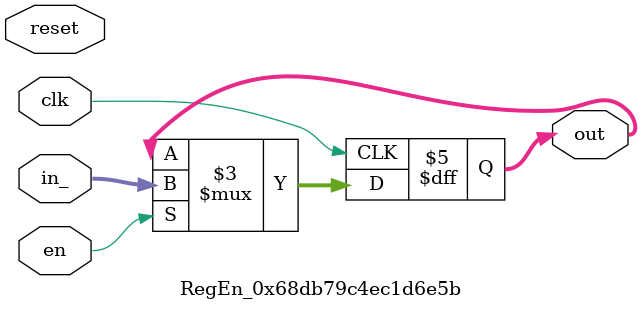
<source format=v>
`default_nettype none
module RingBuffer_0x64da68b78203a525
(
  input  wire [   0:0] alloc_port_call,
  output reg  [   1:0] alloc_port_index,
  output reg  [   0:0] alloc_port_rdy,
  input  wire [  15:0] alloc_port_value,
  input  wire [   0:0] clk,
  input  wire [   0:0] peek_port_call,
  output reg  [   0:0] peek_port_rdy,
  output reg  [  15:0] peek_port_value,
  input  wire [   0:0] remove_port_call,
  output reg  [   0:0] remove_port_rdy,
  input  wire [   0:0] reset,
  input  wire [   0:0] update_port_call,
  input  wire [   1:0] update_port_index,
  output reg  [   0:0] update_port_rdy,
  input  wire [  15:0] update_port_value
);

  // register declarations
  reg    [   0:0] empty;
  reg    [   1:0] head$in_;
  reg    [   1:0] next_slot;
  reg    [   2:0] num$in_;
  reg    [   2:0] num_next;

  // localparam declarations
  localparam IDX_NBITS = 2;
  localparam NUM_ENTRIES = 4;

  // loop variable declarations
  integer i;

  // num temporaries
  wire   [   0:0] num$reset;
  wire   [   0:0] num$clk;
  wire   [   2:0] num$out;

  RegRst_0x1099485158c4776f num
  (
    .reset ( num$reset ),
    .in_   ( num$in_ ),
    .clk   ( num$clk ),
    .out   ( num$out )
  );

  // head temporaries
  wire   [   0:0] head$reset;
  wire   [   0:0] head$clk;
  wire   [   1:0] head$out;

  RegRst_0x9f365fdf6c8998a head
  (
    .reset ( head$reset ),
    .in_   ( head$in_ ),
    .clk   ( head$clk ),
    .out   ( head$out )
  );

  // data$000 temporaries
  wire   [   0:0] data$000$reset;
  wire   [  15:0] data$000$in_;
  wire   [   0:0] data$000$clk;
  wire   [   0:0] data$000$en;
  wire   [  15:0] data$000$out;

  RegEn_0x68db79c4ec1d6e5b data$000
  (
    .reset ( data$000$reset ),
    .in_   ( data$000$in_ ),
    .clk   ( data$000$clk ),
    .en    ( data$000$en ),
    .out   ( data$000$out )
  );

  // data$001 temporaries
  wire   [   0:0] data$001$reset;
  wire   [  15:0] data$001$in_;
  wire   [   0:0] data$001$clk;
  wire   [   0:0] data$001$en;
  wire   [  15:0] data$001$out;

  RegEn_0x68db79c4ec1d6e5b data$001
  (
    .reset ( data$001$reset ),
    .in_   ( data$001$in_ ),
    .clk   ( data$001$clk ),
    .en    ( data$001$en ),
    .out   ( data$001$out )
  );

  // data$002 temporaries
  wire   [   0:0] data$002$reset;
  wire   [  15:0] data$002$in_;
  wire   [   0:0] data$002$clk;
  wire   [   0:0] data$002$en;
  wire   [  15:0] data$002$out;

  RegEn_0x68db79c4ec1d6e5b data$002
  (
    .reset ( data$002$reset ),
    .in_   ( data$002$in_ ),
    .clk   ( data$002$clk ),
    .en    ( data$002$en ),
    .out   ( data$002$out )
  );

  // data$003 temporaries
  wire   [   0:0] data$003$reset;
  wire   [  15:0] data$003$in_;
  wire   [   0:0] data$003$clk;
  wire   [   0:0] data$003$en;
  wire   [  15:0] data$003$out;

  RegEn_0x68db79c4ec1d6e5b data$003
  (
    .reset ( data$003$reset ),
    .in_   ( data$003$in_ ),
    .clk   ( data$003$clk ),
    .en    ( data$003$en ),
    .out   ( data$003$out )
  );

  // signal connections
  assign data$000$clk   = clk;
  assign data$000$reset = reset;
  assign data$001$clk   = clk;
  assign data$001$reset = reset;
  assign data$002$clk   = clk;
  assign data$002$reset = reset;
  assign data$003$clk   = clk;
  assign data$003$reset = reset;
  assign head$clk       = clk;
  assign head$reset     = reset;
  assign num$clk        = clk;
  assign num$reset      = reset;

  // array declarations
  reg    [   0:0] data$en[0:3];
  assign data$000$en = data$en[  0];
  assign data$001$en = data$en[  1];
  assign data$002$en = data$en[  2];
  assign data$003$en = data$en[  3];
  reg    [  15:0] data$in_[0:3];
  assign data$000$in_ = data$in_[  0];
  assign data$001$in_ = data$in_[  1];
  assign data$002$in_ = data$in_[  2];
  assign data$003$in_ = data$in_[  3];
  wire   [  15:0] data$out[0:3];
  assign data$out[  0] = data$000$out;
  assign data$out[  1] = data$001$out;
  assign data$out[  2] = data$002$out;
  assign data$out[  3] = data$003$out;

  // PYMTL SOURCE:
  //
  // @s.combinational
  // def update():
  //       s.empty.v = s.num.out == 0
  //
  //       # Ready signals:
  //       s.alloc_port.rdy.v = s.num.out < NUM_ENTRIES  # Alloc rdy
  //       s.update_port.rdy.v = not s.empty
  //       s.remove_port.rdy.v = not s.empty
  //       s.peek_port.rdy.v = not s.empty
  //
  //       # Default rets
  //       s.peek_port.value.v = 0
  //       s.alloc_port.index.v = 0
  //
  //       # Set enables to regs to false
  //       for i in range( NUM_ENTRIES ):
  //         s.data[ i ].en.v = 0
  //
  //       # Mod arithmetic will handle overflow
  //       s.next_slot.v = s.head.out + s.num.out[ 0:IDX_NBITS ]
  //       s.num_next.v = s.num.out
  //       s.head.in_.v = s.head.out
  //
  //       if s.alloc_port.call:  # Alloc an entry
  //         s.num_next.v += 1  # Incr count
  //         s.data[ s.next_slot ].en.v = 1
  //         s.data[ s.next_slot ].in_.v = s.alloc_port.value.v
  //         s.alloc_port.index.v = s.next_slot
  //       if s.update_port.call:  # Update an entry
  //         s.data[ s.update_port.index ].en.v = 1
  //         s.data[ s.update_port.index ].in_.v = s.update_port.value.v
  //       if s.remove_port.call:  # Remove head
  //         s.num_next.v -= 1
  //         s.head.in_.v = s.head.out + 1
  //       if s.peek_port.call:  # Peek at entry
  //         s.peek_port.value.v = s.data[ s.head.out ].out
  //
  //       s.num.in_.v = s.num_next

  // logic for update()
  always @ (*) begin
    empty = (num$out == 0);
    alloc_port_rdy = (num$out < NUM_ENTRIES);
    update_port_rdy = !empty;
    remove_port_rdy = !empty;
    peek_port_rdy = !empty;
    peek_port_value = 0;
    alloc_port_index = 0;
    for (i=0; i < NUM_ENTRIES; i=i+1)
    begin
      data$en[i] = 0;
    end
    next_slot = (head$out+num$out[(IDX_NBITS)-1:0]);
    num_next = num$out;
    head$in_ = head$out;
    if (alloc_port_call) begin
      num_next = num_next + 1;
      data$en[next_slot] = 1;
      data$in_[next_slot] = alloc_port_value;
      alloc_port_index = next_slot;
    end
    else begin
    end
    if (update_port_call) begin
      data$en[update_port_index] = 1;
      data$in_[update_port_index] = update_port_value;
    end
    else begin
    end
    if (remove_port_call) begin
      num_next = num_next - 1;
      head$in_ = (head$out+1);
    end
    else begin
    end
    if (peek_port_call) begin
      peek_port_value = data$out[head$out];
    end
    else begin
    end
    num$in_ = num_next;
  end


endmodule // RingBuffer_0x64da68b78203a525
`default_nettype wire

//-----------------------------------------------------------------------------
// RegRst_0x1099485158c4776f
//-----------------------------------------------------------------------------
// dtype: 3
// reset_value: 0
// dump-vcd: False
// verilator-xinit: zeros
`default_nettype none
module RegRst_0x1099485158c4776f
(
  input  wire [   0:0] clk,
  input  wire [   2:0] in_,
  output reg  [   2:0] out,
  input  wire [   0:0] reset
);

  // localparam declarations
  localparam reset_value = 0;



  // PYMTL SOURCE:
  //
  // @s.posedge_clk
  // def seq_logic():
  //       if s.reset:
  //         s.out.next = reset_value
  //       else:
  //         s.out.next = s.in_

  // logic for seq_logic()
  always @ (posedge clk) begin
    if (reset) begin
      out <= reset_value;
    end
    else begin
      out <= in_;
    end
  end


endmodule // RegRst_0x1099485158c4776f
`default_nettype wire

//-----------------------------------------------------------------------------
// RegRst_0x9f365fdf6c8998a
//-----------------------------------------------------------------------------
// dtype: 2
// reset_value: 0
// dump-vcd: False
// verilator-xinit: zeros
`default_nettype none
module RegRst_0x9f365fdf6c8998a
(
  input  wire [   0:0] clk,
  input  wire [   1:0] in_,
  output reg  [   1:0] out,
  input  wire [   0:0] reset
);

  // localparam declarations
  localparam reset_value = 0;



  // PYMTL SOURCE:
  //
  // @s.posedge_clk
  // def seq_logic():
  //       if s.reset:
  //         s.out.next = reset_value
  //       else:
  //         s.out.next = s.in_

  // logic for seq_logic()
  always @ (posedge clk) begin
    if (reset) begin
      out <= reset_value;
    end
    else begin
      out <= in_;
    end
  end


endmodule // RegRst_0x9f365fdf6c8998a
`default_nettype wire

//-----------------------------------------------------------------------------
// RegEn_0x68db79c4ec1d6e5b
//-----------------------------------------------------------------------------
// dtype: 16
// dump-vcd: False
// verilator-xinit: zeros
`default_nettype none
module RegEn_0x68db79c4ec1d6e5b
(
  input  wire [   0:0] clk,
  input  wire [   0:0] en,
  input  wire [  15:0] in_,
  output reg  [  15:0] out,
  input  wire [   0:0] reset
);



  // PYMTL SOURCE:
  //
  // @s.posedge_clk
  // def seq_logic():
  //       if s.en:
  //         s.out.next = s.in_

  // logic for seq_logic()
  always @ (posedge clk) begin
    if (en) begin
      out <= in_;
    end
    else begin
    end
  end


endmodule // RegEn_0x68db79c4ec1d6e5b
`default_nettype wire


</source>
